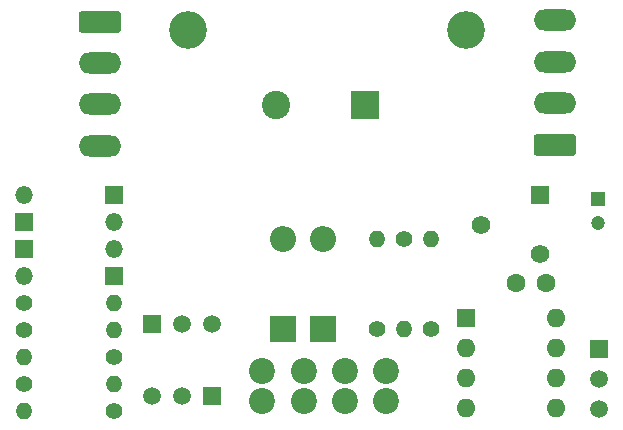
<source format=gbr>
%TF.GenerationSoftware,KiCad,Pcbnew,8.0.2*%
%TF.CreationDate,2024-12-18T13:20:37+01:00*%
%TF.ProjectId,OSSD_CDU,4f535344-5f43-4445-952e-6b696361645f,rev?*%
%TF.SameCoordinates,Original*%
%TF.FileFunction,Soldermask,Top*%
%TF.FilePolarity,Negative*%
%FSLAX46Y46*%
G04 Gerber Fmt 4.6, Leading zero omitted, Abs format (unit mm)*
G04 Created by KiCad (PCBNEW 8.0.2) date 2024-12-18 13:20:37*
%MOMM*%
%LPD*%
G01*
G04 APERTURE LIST*
G04 Aperture macros list*
%AMRoundRect*
0 Rectangle with rounded corners*
0 $1 Rounding radius*
0 $2 $3 $4 $5 $6 $7 $8 $9 X,Y pos of 4 corners*
0 Add a 4 corners polygon primitive as box body*
4,1,4,$2,$3,$4,$5,$6,$7,$8,$9,$2,$3,0*
0 Add four circle primitives for the rounded corners*
1,1,$1+$1,$2,$3*
1,1,$1+$1,$4,$5*
1,1,$1+$1,$6,$7*
1,1,$1+$1,$8,$9*
0 Add four rect primitives between the rounded corners*
20,1,$1+$1,$2,$3,$4,$5,0*
20,1,$1+$1,$4,$5,$6,$7,0*
20,1,$1+$1,$6,$7,$8,$9,0*
20,1,$1+$1,$8,$9,$2,$3,0*%
G04 Aperture macros list end*
%ADD10RoundRect,0.250000X1.550000X-0.650000X1.550000X0.650000X-1.550000X0.650000X-1.550000X-0.650000X0*%
%ADD11O,3.600000X1.800000*%
%ADD12C,1.400000*%
%ADD13O,1.400000X1.400000*%
%ADD14R,2.200000X2.200000*%
%ADD15O,2.200000X2.200000*%
%ADD16RoundRect,0.250000X-1.550000X0.650000X-1.550000X-0.650000X1.550000X-0.650000X1.550000X0.650000X0*%
%ADD17C,1.600000*%
%ADD18R,1.500000X1.500000*%
%ADD19C,1.500000*%
%ADD20C,3.200000*%
%ADD21R,1.600000X1.600000*%
%ADD22O,1.600000X1.600000*%
%ADD23O,1.500000X1.500000*%
%ADD24C,2.200000*%
%ADD25R,2.400000X2.400000*%
%ADD26C,2.400000*%
%ADD27R,1.560000X1.560000*%
%ADD28C,1.560000*%
%ADD29R,1.200000X1.200000*%
%ADD30C,1.200000*%
G04 APERTURE END LIST*
D10*
%TO.C,J3*%
X152067500Y-139195000D03*
D11*
X152067500Y-135695000D03*
X152067500Y-132195000D03*
X152067500Y-128695000D03*
%TD*%
D12*
%TO.C,R6*%
X107061000Y-159512000D03*
D13*
X114681000Y-159512000D03*
%TD*%
D14*
%TO.C,D5*%
X132429000Y-154810000D03*
D15*
X132429000Y-147190000D03*
%TD*%
D12*
%TO.C,R3*%
X136928000Y-154810000D03*
D13*
X136928000Y-147190000D03*
%TD*%
D16*
%TO.C,J1*%
X113500000Y-128805000D03*
D11*
X113500000Y-132305000D03*
X113500000Y-135805000D03*
X113500000Y-139305000D03*
%TD*%
D17*
%TO.C,C2*%
X151250000Y-150949000D03*
X148750000Y-150949000D03*
%TD*%
D12*
%TO.C,R1*%
X139214000Y-147190000D03*
D13*
X139214000Y-154810000D03*
%TD*%
D12*
%TO.C,R5*%
X114681000Y-161798000D03*
D13*
X107061000Y-161798000D03*
%TD*%
D18*
%TO.C,Q1*%
X155793000Y-156537000D03*
D19*
X155793000Y-159077000D03*
X155793000Y-161617000D03*
%TD*%
D12*
%TO.C,R4*%
X107061000Y-152654000D03*
D13*
X114681000Y-152654000D03*
%TD*%
D20*
%TO.C,REF\u002A\u002A*%
X144500000Y-129500000D03*
%TD*%
D21*
%TO.C,U1*%
X144500000Y-153880000D03*
D22*
X144500000Y-156420000D03*
X144500000Y-158960000D03*
X144500000Y-161500000D03*
X152120000Y-161500000D03*
X152120000Y-158960000D03*
X152120000Y-156420000D03*
X152120000Y-153880000D03*
%TD*%
D18*
%TO.C,Q3*%
X117960000Y-154360000D03*
D19*
X120500000Y-154360000D03*
X123040000Y-154360000D03*
%TD*%
D18*
%TO.C,Q2*%
X123040000Y-160500000D03*
D19*
X120500000Y-160500000D03*
X117960000Y-160500000D03*
%TD*%
D18*
%TO.C,D1*%
X114686000Y-150368000D03*
D23*
X107066000Y-150368000D03*
%TD*%
D20*
%TO.C,REF\u002A\u002A*%
X121000000Y-129500000D03*
%TD*%
D12*
%TO.C,R7*%
X114681000Y-157226000D03*
D13*
X107061000Y-157226000D03*
%TD*%
D24*
%TO.C,J2*%
X137750000Y-158400000D03*
X137750000Y-160900000D03*
X134250000Y-158400000D03*
X134250000Y-160900000D03*
X130750000Y-158400000D03*
X130750000Y-160900000D03*
X127250000Y-158400000D03*
X127250000Y-160900000D03*
%TD*%
D14*
%TO.C,D6*%
X129000000Y-154810000D03*
D15*
X129000000Y-147190000D03*
%TD*%
D12*
%TO.C,R8*%
X107061000Y-154940000D03*
D13*
X114681000Y-154940000D03*
%TD*%
D25*
%TO.C,C3*%
X135938780Y-135890000D03*
D26*
X128438780Y-135890000D03*
%TD*%
D12*
%TO.C,R2*%
X141500000Y-154810000D03*
D13*
X141500000Y-147190000D03*
%TD*%
D27*
%TO.C,RV1*%
X150740000Y-143500000D03*
D28*
X145740000Y-146000000D03*
X150740000Y-148500000D03*
%TD*%
D29*
%TO.C,C1*%
X155702000Y-143807401D03*
D30*
X155702000Y-145807401D03*
%TD*%
D18*
%TO.C,D4*%
X107056000Y-145796000D03*
D23*
X114676000Y-145796000D03*
%TD*%
D18*
%TO.C,D3*%
X114686000Y-143510000D03*
D23*
X107066000Y-143510000D03*
%TD*%
D18*
%TO.C,D2*%
X107056000Y-148082000D03*
D23*
X114676000Y-148082000D03*
%TD*%
M02*

</source>
